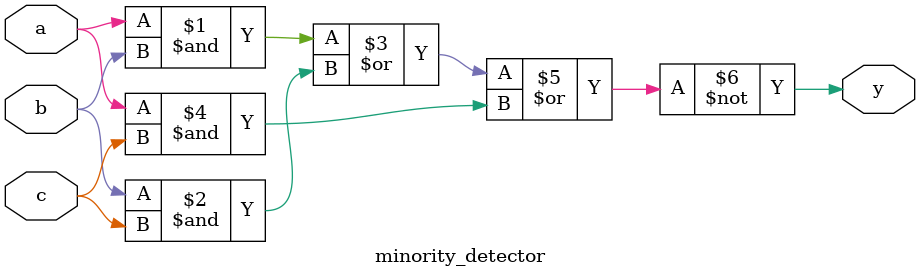
<source format=v>
module minority_detector(a,b,c,y );
 input a,b,c;
 output y;
 assign y= ~((a&b)| (b&c)| (a&c));
endmodule

</source>
